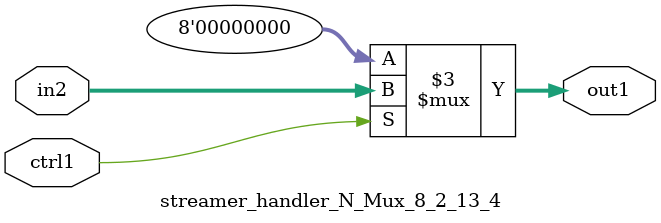
<source format=v>

`timescale 1ps / 1ps


module streamer_handler_N_Mux_8_2_13_4( in2, ctrl1, out1 );

    input [7:0] in2;
    input ctrl1;
    output [7:0] out1;
    reg [7:0] out1;

    
    // rtl_process:streamer_handler_N_Mux_8_2_13_4/streamer_handler_N_Mux_8_2_13_4_thread_1
    always @*
      begin : streamer_handler_N_Mux_8_2_13_4_thread_1
        case (ctrl1) 
          1'b1: 
            begin
              out1 = in2;
            end
          default: 
            begin
              out1 = 8'd000;
            end
        endcase
      end

endmodule



</source>
